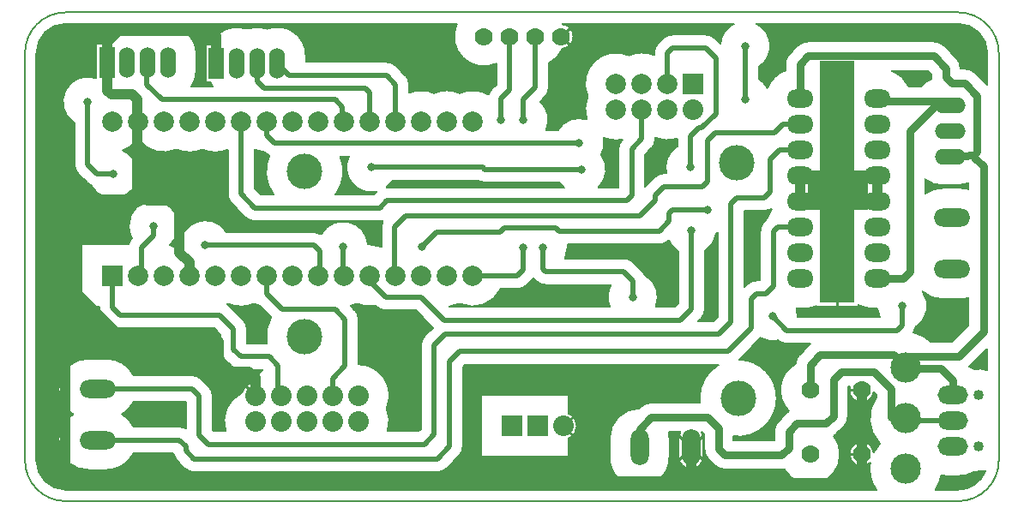
<source format=gbr>
G04 DesignSpark PCB Gerber Version 12.0 Build 5942*
%FSLAX35Y35*%
%MOIN*%
%ADD79O,0.06000X0.12000*%
%ADD28O,0.07050X0.14101*%
%ADD78R,0.06000X0.12000*%
%ADD23R,0.13780X0.94488*%
%ADD80R,0.07874X0.07874*%
%ADD10C,0.00500*%
%ADD19C,0.01000*%
%ADD20C,0.02000*%
%ADD71C,0.03000*%
%ADD21C,0.03150*%
%ADD70C,0.04000*%
%ADD73O,0.12000X0.06000*%
%ADD75O,0.14101X0.07050*%
%ADD26O,0.10400X0.07087*%
%ADD77O,0.11811X0.07087*%
%ADD22O,0.11811X0.11811*%
%ADD74C,0.07000*%
%ADD72C,0.07874*%
%ADD27C,0.08000*%
%ADD24C,0.13780*%
%ADD29R,0.07874X0.07874*%
%ADD76R,0.08000X0.08000*%
%ADD25R,0.23622X0.15748*%
X0Y0D02*
D02*
D10*
X26734Y205211D02*
Y46549D01*
G75*
G03*
X38045Y35238I11311J0D01*
G01*
X353153D01*
G75*
G02*
X350784Y45641I11466J8082D01*
G01*
G75*
G02*
X342705Y49030I-3329J3388D01*
G01*
G75*
G02*
X352150Y49749I4750J0D01*
G01*
G75*
G02*
X354622Y53163I12469J-6428D01*
G01*
G75*
G02*
X353224Y71189I9997J9843D01*
G01*
Y72068D01*
X352126Y73167D01*
G75*
G02*
X342705Y74030I-4671J863D01*
G01*
G75*
G02*
X342916Y75429I4750J0D01*
G01*
X342157D01*
Y63867D01*
G75*
G02*
X342158Y63793I-5708J-67D01*
G01*
G75*
G02*
X340492Y59772I-5687J0D01*
G01*
X337736Y57016D01*
G75*
G02*
X336637Y56158I-4022J4021D01*
G01*
G75*
G02*
X339079Y49030I-9182J-7128D01*
G01*
G75*
G02*
X317380Y43232I-11624J0D01*
G01*
G75*
G02*
X316319Y43146I-989J5602D01*
G01*
X294344D01*
G75*
G02*
X290301Y44834I0J5687D01*
G01*
X287983Y47151D01*
G75*
G02*
X286295Y51195I3999J4044D01*
G01*
Y56713D01*
X285296Y57713D01*
X285208D01*
G75*
G02*
X285892Y55250I-4092J-2463D01*
G01*
Y48203D01*
G75*
G02*
X276341I-4776J0D01*
G01*
Y55250D01*
G75*
G02*
X277024Y57713I4776J0D01*
G01*
X272502D01*
G75*
G02*
X272766Y55250I-11387J-2463D01*
G01*
Y48203D01*
G75*
G02*
X249467I-11650J0D01*
G01*
Y55250D01*
G75*
G02*
X261062Y66900I11650J0D01*
G01*
X261561Y67398D01*
G75*
G02*
X265604Y69087I4044J-3999D01*
G01*
X284556D01*
G75*
G02*
X284449Y70880I14904J1793D01*
G01*
G75*
G02*
X291820Y83803I15014J0D01*
G01*
X193343D01*
X192445Y82905D01*
Y51982D01*
G75*
G02*
X190906Y48295I-5187J0D01*
G01*
X186221Y43610D01*
G75*
G02*
X182533Y42071I-3687J3648D01*
G01*
X88045D01*
G75*
G02*
X84358Y43610I0J5187D01*
G01*
X81248Y46720D01*
G75*
G02*
X79809Y49394I3648J3688D01*
G01*
X64461D01*
G75*
G02*
X54030Y42931I-10431J5187D01*
G01*
X46982D01*
G75*
G02*
X41006Y64581I0J11650D01*
G01*
G75*
G02*
X46982Y86230I5976J10000D01*
G01*
X54030D01*
G75*
G02*
X64461Y79768I0J-11650D01*
G01*
X87100D01*
G75*
G02*
X90788Y78229I0J-5187D01*
G01*
X93662Y75355D01*
G75*
G02*
X95201Y71667I-3648J-3687D01*
G01*
Y58461D01*
X95706Y57957D01*
X100296D01*
G75*
G02*
X106587Y72915I11450J3987D01*
G01*
G75*
G02*
X110774Y77102I5159J-971D01*
G01*
G75*
G02*
X114736Y81835I10971J-5160D01*
G01*
X106226D01*
G75*
G02*
X102487Y83354I-71J5187D01*
G01*
X99731Y86109D01*
G75*
G02*
X98212Y89778I3668J3668D01*
G01*
G75*
G02*
X98213Y89848I5186J7D01*
G01*
Y95503D01*
X95739Y97976D01*
X59305D01*
G75*
G02*
X55618Y99515I0J5187D01*
G01*
X52600Y102533D01*
G75*
G02*
X51080Y106201I3668J3668D01*
G01*
G75*
G02*
X51081Y106259I5170J-7D01*
G01*
Y106526D01*
X44207D01*
Y130648D01*
X62505D01*
G75*
G02*
X63811Y133113I5068J-1107D01*
G01*
G75*
G02*
X62598Y137809I8485J4696D01*
G01*
G75*
G02*
X81996I9699J0D01*
G01*
G75*
G02*
X78584Y130424I-9699J0D01*
G01*
G75*
G02*
X82812Y128718I-2317J-11836D01*
G01*
G75*
G02*
X100571Y135516I9564J1611D01*
G01*
X134502D01*
G75*
G02*
X137424Y134615I0J-5187D01*
G01*
G75*
G02*
X155593Y130629I8495J-4680D01*
G01*
G75*
G02*
X156267Y130648I675J-12044D01*
G01*
G75*
G02*
X160811Y129759I0J-12061D01*
G01*
Y137415D01*
G75*
G02*
X161437Y139885I5187J0D01*
G01*
G75*
G02*
X160022Y139709I-1344J5011D01*
G01*
X111667D01*
G75*
G02*
X107980Y141248I0J5187D01*
G01*
X102600Y146628D01*
G75*
G02*
X101080Y150296I3668J3668D01*
G01*
G75*
G02*
X101081Y150353I5170J-7D01*
G01*
Y167528D01*
G75*
G02*
X91267Y167611I-4813J11059D01*
G01*
G75*
G02*
X81267I-5000J10976D01*
G01*
G75*
G02*
X66267Y171844I-5000J10976D01*
G01*
G75*
G02*
X60307Y167223I-10000J6743D01*
G01*
G75*
G02*
X66248Y158281I-3758J-8941D01*
G01*
G75*
G02*
X48069Y153576I-9699J0D01*
G01*
G75*
G02*
X46563Y154633I2181J4706D01*
G01*
X43059Y158137D01*
G75*
G02*
X41520Y161825I3648J3687D01*
G01*
Y178039D01*
G75*
G02*
X49937Y195379I5187J8195D01*
G01*
Y208839D01*
X51781D01*
G75*
G02*
X65998Y214993I10280J-4250D01*
G01*
G75*
G02*
X73872I3937J-10404D01*
G01*
G75*
G02*
X88933Y204589I3937J-10404D01*
G01*
Y198589D01*
G75*
G02*
X86922Y192209I-11124J0D01*
G01*
X95205D01*
G75*
G02*
X94300Y193945I9376J5987D01*
G01*
X92457D01*
Y208445D01*
X94300D01*
G75*
G02*
X108518Y214599I10280J-4250D01*
G01*
G75*
G02*
X116392I3937J-10404D01*
G01*
G75*
G02*
X131453Y204195I3937J-10404D01*
G01*
Y201657D01*
X162848D01*
G75*
G02*
X166536Y200119I0J-5187D01*
G01*
X170040Y196615D01*
G75*
G02*
X171579Y192927I-3648J-3687D01*
G01*
Y189700D01*
G75*
G02*
X181267Y189563I4689J-11112D01*
G01*
G75*
G02*
X191267I5000J-10976D01*
G01*
G75*
G02*
X202391Y188978I5000J-10976D01*
G01*
G75*
G02*
X203689Y191103I4946J-1563D01*
G01*
X205496Y192910D01*
Y201028D01*
G75*
G02*
X190148Y216522I-4813J10581D01*
G01*
X38045D01*
G75*
G03*
X26734Y205211I0J-11311D01*
G01*
X199488Y72114D02*
X233610D01*
Y64881D01*
G75*
G02*
Y55225I-2061J-4828D01*
G01*
Y47992D01*
X199488D01*
Y72114D01*
X26984Y60053D02*
G36*
X26984Y60053D02*
Y44185D01*
G75*
G03*
X35681Y35488I11061J2365D01*
G01*
X352981D01*
G75*
G02*
X350591Y43320I11637J7832D01*
G01*
G75*
G02*
X350784Y45641I14029J0D01*
G01*
G75*
G02*
X342705Y49030I-3329J3388D01*
G01*
G75*
G02*
X352150Y49749I4750J0D01*
G01*
G75*
G02*
X354372Y52903I12463J-6424D01*
G01*
Y53424D01*
G75*
G02*
X350905Y60053I10247J9582D01*
G01*
X340755D01*
G75*
G02*
X340492Y59772I-4288J3743D01*
G01*
X337736Y57016D01*
G75*
G02*
X336637Y56158I-4024J4024D01*
G01*
G75*
G02*
X339079Y49030I-9183J-7129D01*
G01*
G75*
G02*
X317380Y43232I-11624J0D01*
G01*
G75*
G02*
X316319Y43146I-987J5579D01*
G01*
X294344D01*
G75*
G02*
X290301Y44834I0J5687D01*
G01*
X287983Y47151D01*
G75*
G02*
X286295Y51195I3999J4044D01*
G01*
Y56713D01*
X285296Y57713D01*
X285208D01*
G75*
G02*
X285892Y55251I-4088J-2461D01*
G01*
G75*
G02*
Y55250I-6152J0D01*
G01*
Y48203D01*
G75*
G02*
X276341I-4776J0D01*
G01*
Y55250D01*
G75*
G02*
Y55251I6152J1D01*
G01*
G75*
G02*
X277024Y57713I4772J0D01*
G01*
X272502D01*
G75*
G02*
X272766Y55250I-11396J-2464D01*
G01*
Y48203D01*
G75*
G02*
X249467I-11650J0D01*
G01*
Y55250D01*
G75*
G02*
X250503Y60053I11650J0D01*
G01*
X236799D01*
G75*
G02*
X233610Y55225I-5250J0D01*
G01*
Y47992D01*
X199488D01*
Y60053D01*
X192445D01*
Y51982D01*
G75*
G02*
X190906Y48295I-5190J2D01*
G01*
X186221Y43610D01*
G75*
G02*
X182533Y42071I-3688J3650D01*
G01*
X88045D01*
G75*
G02*
X84358Y43610I2J5190D01*
G01*
X81248Y46720D01*
G75*
G02*
X79809Y49394I3652J3689D01*
G01*
X64461D01*
G75*
G02*
X54030Y42931I-10431J5187D01*
G01*
X46982D01*
G75*
G02*
X35333Y54581I0J11650D01*
G01*
G75*
G02*
X36698Y60053I11650J0D01*
G01*
X26984D01*
G37*
X95201D02*
G36*
X95201Y60053D02*
Y58461D01*
X95706Y57957D01*
X100296D01*
G75*
G02*
X99770Y60053I11451J3987D01*
G01*
X95201D01*
G37*
X26984Y207575D02*
G36*
X26984Y207575D02*
Y60053D01*
X36698D01*
G75*
G02*
X41006Y64581I10285J-5473D01*
G01*
G75*
G02*
X35333Y74581I5976J10000D01*
G01*
G75*
G02*
X46982Y86230I11650J0D01*
G01*
X54030D01*
G75*
G02*
X64461Y79768I0J-11649D01*
G01*
X87100D01*
G75*
G02*
X90788Y78229I0J-5186D01*
G01*
X93662Y75355D01*
G75*
G02*
X95201Y71667I-3651J-3689D01*
G01*
Y60053D01*
X99770D01*
G75*
G02*
X99622Y61943I11978J1889D01*
G01*
G75*
G02*
X106587Y72915I12124J0D01*
G01*
G75*
G02*
X110774Y77102I5158J-970D01*
G01*
G75*
G02*
X114736Y81835I10969J-5157D01*
G01*
X106226D01*
G75*
G02*
X102487Y83354I-70J5189D01*
G01*
X99731Y86109D01*
G75*
G02*
X98212Y89778I3669J3669D01*
G01*
G75*
G02*
Y89795I3192J9D01*
G01*
G75*
G02*
X98213Y89848I3192J3D01*
G01*
Y95503D01*
X95739Y97976D01*
X59305D01*
G75*
G02*
X55618Y99515I2J5190D01*
G01*
X52600Y102533D01*
G75*
G02*
X51080Y106201I3668J3668D01*
G01*
G75*
G02*
Y106216I2129J7D01*
G01*
G75*
G02*
X51081Y106259I2089J2D01*
G01*
Y106526D01*
X44207D01*
Y130648D01*
X62505D01*
G75*
G02*
X63811Y133113I5069J-1107D01*
G01*
G75*
G02*
X62598Y137809I8487J4697D01*
G01*
G75*
G02*
X81996I9699J0D01*
G01*
G75*
G02*
Y137808I-15038J0D01*
G01*
G75*
G02*
X78584Y130424I-9697J0D01*
G01*
G75*
G02*
X82812Y128718I-2317J-11838D01*
G01*
G75*
G02*
X82677Y130329I9566J1611D01*
G01*
G75*
G02*
X100571Y135516I9699J0D01*
G01*
X134502D01*
G75*
G02*
X137424Y134615I0J-5187D01*
G01*
G75*
G02*
X155593Y130629I8495J-4680D01*
G01*
G75*
G02*
X156267Y130648I674J-11992D01*
G01*
G75*
G02*
X160811Y129759I-2J-12070D01*
G01*
Y137415D01*
G75*
G02*
X161437Y139885I5191J-1D01*
G01*
G75*
G02*
X160022Y139709I-1343J4996D01*
G01*
X111667D01*
G75*
G02*
X107980Y141248I2J5190D01*
G01*
X102600Y146628D01*
G75*
G02*
X101080Y150296I3668J3668D01*
G01*
G75*
G02*
Y150310I2129J7D01*
G01*
G75*
G02*
X101081Y150353I2089J2D01*
G01*
Y167528D01*
G75*
G02*
X91267Y167611I-4813J11060D01*
G01*
G75*
G02*
X81267I-5000J10978D01*
G01*
G75*
G02*
X66267Y171844I-5000J10976D01*
G01*
G75*
G02*
X60307Y167223I-9998J6741D01*
G01*
G75*
G02*
X66248Y158281I-3759J-8942D01*
G01*
G75*
G02*
X48069Y153576I-9699J0D01*
G01*
G75*
G02*
X46563Y154633I2172J4693D01*
G01*
X43059Y158137D01*
G75*
G02*
X41520Y161825I3650J3688D01*
G01*
Y178039D01*
G75*
G02*
X37008Y186234I5187J8195D01*
G01*
G75*
G02*
X49937Y195379I9699J0D01*
G01*
Y208839D01*
X51781D01*
G75*
G02*
X65998Y214993I10280J-4250D01*
G01*
G75*
G02*
X73872I3937J-10403D01*
G01*
G75*
G02*
X88933Y204589I3937J-10404D01*
G01*
Y204589D01*
Y198589D01*
G75*
G02*
X86922Y192209I-11127J1D01*
G01*
X95205D01*
G75*
G02*
X94300Y193945I9337J5967D01*
G01*
X92457D01*
Y208445D01*
X94300D01*
G75*
G02*
X108518Y214599I10280J-4250D01*
G01*
G75*
G02*
X116392I3937J-10403D01*
G01*
G75*
G02*
X131453Y204195I3937J-10404D01*
G01*
Y204195D01*
Y201657D01*
X162848D01*
G75*
G02*
X166536Y200119I0J-5186D01*
G01*
X170040Y196615D01*
G75*
G02*
X171579Y192927I-3651J-3689D01*
G01*
Y189700D01*
G75*
G02*
X181267Y189563I4689J-11110D01*
G01*
G75*
G02*
X191267I5000J-10974D01*
G01*
G75*
G02*
X202391Y188978I5000J-10976D01*
G01*
G75*
G02*
X203689Y191103I4949J-1565D01*
G01*
X205496Y192910D01*
Y201028D01*
G75*
G02*
X189059Y211608I-4813J10581D01*
G01*
G75*
G02*
X190035Y216272I11625J0D01*
G01*
X35681D01*
G75*
G03*
X26984Y207575I2365J-11061D01*
G01*
G37*
X192445Y82905D02*
G36*
X192445Y82905D02*
Y60053D01*
X199488D01*
Y72114D01*
X233610D01*
Y64881D01*
G75*
G02*
X236799Y60053I-2061J-4828D01*
G01*
X250503D01*
G75*
G02*
X261062Y66900I10614J-4804D01*
G01*
X261561Y67398D01*
G75*
G02*
X265604Y69087I4044J-3999D01*
G01*
X284556D01*
G75*
G02*
X284449Y70876I14835J1789D01*
G01*
G75*
G02*
Y70880I15508J2D01*
G01*
Y70880D01*
G75*
G02*
X291820Y83803I15013J0D01*
G01*
X193343D01*
X192445Y82905D01*
G37*
X342157Y75429D02*
G36*
X342157Y75429D02*
Y63867D01*
G75*
G02*
X342158Y63812I-3393J-52D01*
G01*
G75*
G02*
Y63793I-3442J-9D01*
G01*
G75*
G02*
X340755Y60053I-5690J1D01*
G01*
X350905D01*
G75*
G02*
X350590Y63006I13715J2954D01*
G01*
G75*
G02*
X353224Y71189I14030J0D01*
G01*
Y72068D01*
X352126Y73167D01*
G75*
G02*
X342705Y74030I-4671J863D01*
G01*
G75*
G02*
X342916Y75429I4759J-2D01*
G01*
X342157D01*
G37*
X38045Y220959D02*
X385014D01*
G75*
G02*
X400762Y205211I0J-15748D01*
G01*
Y46549D01*
G75*
G02*
X385014Y30801I-15748J0D01*
G01*
X38045D01*
G75*
G02*
X22297Y46549I0J15748D01*
G01*
Y205211D01*
G75*
G02*
X38045Y220959I15748J0D01*
G01*
X60006Y64581D02*
G75*
G02*
X64461Y59768I-5976J-10000D01*
G01*
X82297D01*
G75*
G02*
X84827Y59109I0J-5187D01*
G01*
Y69394D01*
X64461D01*
G75*
G02*
X60006Y64581I-10431J5187D01*
G01*
G36*
X60006Y64581D02*
G75*
G02*
X64461Y59768I-5976J-10000D01*
G01*
X82297D01*
G75*
G02*
X84827Y59109I0J-5187D01*
G01*
Y69394D01*
X64461D01*
G75*
G02*
X60006Y64581I-10431J5187D01*
G01*
G37*
X100842Y107427D02*
G75*
G02*
X101575Y106811I-2955J-4265D01*
G01*
X107048Y101339D01*
G75*
G02*
X108587Y97652I-3648J-3687D01*
G01*
Y92209D01*
X116187D01*
G75*
G02*
X118004Y102484I14771J2687D01*
G01*
X113681Y106807D01*
G75*
G02*
X111267Y107611I2585J11780D01*
G01*
G75*
G02*
X101267I-5000J10976D01*
G01*
G75*
G02*
X100842Y107427I-4994J10976D01*
G01*
G36*
X100842Y107427D02*
G75*
G02*
X101575Y106811I-2955J-4265D01*
G01*
X107048Y101339D01*
G75*
G02*
X108587Y97652I-3648J-3687D01*
G01*
Y92209D01*
X116187D01*
G75*
G02*
X118004Y102484I14771J2687D01*
G01*
X113681Y106807D01*
G75*
G02*
X111267Y107611I2585J11780D01*
G01*
G75*
G02*
X101267I-5000J10976D01*
G01*
G75*
G02*
X100842Y107427I-4994J10976D01*
G01*
G37*
X111455Y167528D02*
Y152444D01*
X113816Y150083D01*
X118931D01*
G75*
G02*
X117278Y165254I12027J8986D01*
G01*
G75*
G02*
X115460Y166444I1870J4839D01*
G01*
X115343Y166561D01*
G75*
G02*
X111455Y167528I924J12026D01*
G01*
G36*
X111455Y167528D02*
Y152444D01*
X113816Y150083D01*
X118931D01*
G75*
G02*
X117278Y165254I12027J8986D01*
G01*
G75*
G02*
X115460Y166444I1870J4839D01*
G01*
X115343Y166561D01*
G75*
G02*
X111455Y167528I924J12026D01*
G01*
G37*
X142986Y150083D02*
X157943D01*
X159033Y151173D01*
G75*
G02*
X148231Y164906I-2091J9471D01*
G01*
X144791D01*
G75*
G02*
X142986Y150083I-13833J-5837D01*
G01*
G36*
X142986Y150083D02*
X157943D01*
X159033Y151173D01*
G75*
G02*
X148231Y164906I-2091J9471D01*
G01*
X144791D01*
G75*
G02*
X142986Y150083I-13833J-5837D01*
G01*
G37*
X148830Y106801D02*
X150355Y105276D01*
G75*
G02*
X151894Y101589I-3648J-3687D01*
G01*
Y84066D01*
G75*
G02*
X162791Y66943I-148J-12123D01*
G01*
G75*
G02*
X163196Y57957I-11045J-5000D01*
G01*
X175267D01*
X176165Y58855D01*
Y91352D01*
G75*
G02*
X177704Y95040I5187J0D01*
G01*
X180907Y98242D01*
X174086Y105063D01*
X162455D01*
G75*
G02*
X158767Y106602I0J5187D01*
G01*
X158613Y106756D01*
G75*
G02*
X151267Y107611I-2346J11831D01*
G01*
G75*
G02*
X148830Y106801I-5000J10975D01*
G01*
G36*
X148830Y106801D02*
X150355Y105276D01*
G75*
G02*
X151894Y101589I-3648J-3687D01*
G01*
Y84066D01*
G75*
G02*
X162791Y66943I-148J-12123D01*
G01*
G75*
G02*
X163196Y57957I-11045J-5000D01*
G01*
X175267D01*
X176165Y58855D01*
Y91352D01*
G75*
G02*
X177704Y95040I5187J0D01*
G01*
X180907Y98242D01*
X174086Y105063D01*
X162455D01*
G75*
G02*
X158767Y106602I0J5187D01*
G01*
X158613Y106756D01*
G75*
G02*
X151267Y107611I-2346J11831D01*
G01*
G75*
G02*
X148830Y106801I-5000J10975D01*
G01*
G37*
X162698Y152837D02*
G75*
G02*
X162919Y152839I148J-5185D01*
G01*
X231744D01*
G75*
G02*
X230244Y154669I6694J7019D01*
G01*
X201141D01*
G75*
G02*
X198288Y155457I-104J5187D01*
G01*
X165138D01*
G75*
G02*
X162698Y152837I-8195J5187D01*
G01*
G36*
X162698Y152837D02*
G75*
G02*
X162919Y152839I148J-5185D01*
G01*
X231744D01*
G75*
G02*
X230244Y154669I6694J7019D01*
G01*
X201141D01*
G75*
G02*
X198288Y155457I-104J5187D01*
G01*
X165138D01*
G75*
G02*
X162698Y152837I-8195J5187D01*
G01*
G37*
X187253Y106567D02*
X187438Y106382D01*
X249624D01*
G75*
G02*
X250009Y114906I8894J3868D01*
G01*
X224659D01*
G75*
G02*
X220935Y116482I0J5187D01*
G01*
X219926Y117491D01*
G75*
G02*
X219666Y117212I-3926J3389D01*
G01*
X217443Y114988D01*
G75*
G02*
X214004Y113408I-3735J3598D01*
G01*
G75*
G02*
X213675Y113400I-301J5178D01*
G01*
X207156D01*
G75*
G02*
X191267Y107611I-10889J5187D01*
G01*
G75*
G02*
X187253Y106567I-4999J10977D01*
G01*
G36*
X187253Y106567D02*
X187438Y106382D01*
X249624D01*
G75*
G02*
X250009Y114906I8894J3868D01*
G01*
X224659D01*
G75*
G02*
X220935Y116482I0J5187D01*
G01*
X219926Y117491D01*
G75*
G02*
X219666Y117212I-3926J3389D01*
G01*
X217443Y114988D01*
G75*
G02*
X214004Y113408I-3735J3598D01*
G01*
G75*
G02*
X213675Y113400I-301J5178D01*
G01*
X207156D01*
G75*
G02*
X191267Y107611I-10889J5187D01*
G01*
G75*
G02*
X187253Y106567I-4999J10977D01*
G01*
G37*
X222581Y186270D02*
G75*
G02*
X224892Y175280I-6584J-7122D01*
G01*
X229456D01*
G75*
G02*
X240615Y179328I8195J-5187D01*
G01*
G75*
G02*
X241041Y188260I11402J3933D01*
G01*
G75*
G02*
X257017Y204235I10976J5000D01*
G01*
G75*
G02*
X266829Y204319I5000J-10976D01*
G01*
Y205246D01*
G75*
G02*
X268417Y208982I5187J0D01*
G01*
X270204Y210769D01*
G75*
G02*
X273943Y212287I3668J-3668D01*
G01*
X286864D01*
G75*
G02*
X290552Y210748I0J-5187D01*
G01*
X292557Y208743D01*
G75*
G02*
X297800Y216522I9661J-855D01*
G01*
X231218D01*
G75*
G02*
X231311Y216317I-10541J-4919D01*
G01*
G75*
G02*
Y206900I-628J-4708D01*
G01*
G75*
G02*
X225870Y201206I-10628J4709D01*
G01*
Y191707D01*
G75*
G02*
X224331Y188019I-5187J0D01*
G01*
X222581Y186270D01*
G36*
X222581Y186270D02*
G75*
G02*
X224892Y175280I-6584J-7122D01*
G01*
X229456D01*
G75*
G02*
X240615Y179328I8195J-5187D01*
G01*
G75*
G02*
X241041Y188260I11402J3933D01*
G01*
G75*
G02*
X257017Y204235I10976J5000D01*
G01*
G75*
G02*
X266829Y204319I5000J-10976D01*
G01*
Y205246D01*
G75*
G02*
X268417Y208982I5187J0D01*
G01*
X270204Y210769D01*
G75*
G02*
X273943Y212287I3668J-3668D01*
G01*
X286864D01*
G75*
G02*
X290552Y210748I0J-5187D01*
G01*
X292557Y208743D01*
G75*
G02*
X297800Y216522I9661J-855D01*
G01*
X231218D01*
G75*
G02*
X231311Y216317I-10541J-4919D01*
G01*
G75*
G02*
Y206900I-628J-4708D01*
G01*
G75*
G02*
X225870Y201206I-10628J4709D01*
G01*
Y191707D01*
G75*
G02*
X224331Y188019I-5187J0D01*
G01*
X222581Y186270D01*
G37*
X232191Y125280D02*
X254974D01*
G75*
G02*
X258662Y123741I0J-5187D01*
G01*
X262166Y120237D01*
G75*
G02*
X263224Y118731I-3648J-3687D01*
G01*
G75*
G02*
X267412Y106382I-4706J-8481D01*
G01*
X274873D01*
X276165Y107674D01*
Y128039D01*
G75*
G02*
X272506Y132257I5187J8195D01*
G01*
X272441Y132193D01*
G75*
G02*
X268754Y130654I-3687J3648D01*
G01*
X233113D01*
G75*
G02*
X233177Y129541I-9636J-1114D01*
G01*
G75*
G02*
X232191Y125280I-9699J0D01*
G01*
G36*
X232191Y125280D02*
X254974D01*
G75*
G02*
X258662Y123741I0J-5187D01*
G01*
X262166Y120237D01*
G75*
G02*
X263224Y118731I-3648J-3687D01*
G01*
G75*
G02*
X267412Y106382I-4706J-8481D01*
G01*
X274873D01*
X276165Y107674D01*
Y128039D01*
G75*
G02*
X272506Y132257I5187J8195D01*
G01*
X272441Y132193D01*
G75*
G02*
X268754Y130654I-3687J3648D01*
G01*
X233113D01*
G75*
G02*
X233177Y129541I-9636J-1114D01*
G01*
G75*
G02*
X232191Y125280I-9699J0D01*
G01*
G37*
X245133Y152839D02*
X252937D01*
Y167730D01*
G75*
G02*
X254476Y171418I5187J0D01*
G01*
X254520Y171461D01*
G75*
G02*
X252017Y171199I-2503J11799D01*
G01*
G75*
G02*
X247109Y172243I0J12061D01*
G01*
G75*
G02*
X247350Y170093I-9459J-2150D01*
G01*
G75*
G02*
X246250Y165606I-9699J0D01*
G01*
G75*
G02*
X245133Y152839I-7811J-5749D01*
G01*
G36*
X245133Y152839D02*
X252937D01*
Y167730D01*
G75*
G02*
X254476Y171418I5187J0D01*
G01*
X254520Y171461D01*
G75*
G02*
X252017Y171199I-2503J11799D01*
G01*
G75*
G02*
X247109Y172243I0J12061D01*
G01*
G75*
G02*
X247350Y170093I-9459J-2150D01*
G01*
G75*
G02*
X246250Y165606I-9699J0D01*
G01*
G75*
G02*
X245133Y152839I-7811J-5749D01*
G01*
G37*
X263311Y165582D02*
Y153076D01*
G75*
G02*
X263531Y153307I3870J-3459D01*
G01*
X267035Y156811D01*
G75*
G02*
X270722Y158350I3687J-3648D01*
G01*
X271535D01*
G75*
G02*
X275772Y168839I9424J2294D01*
G01*
Y171798D01*
G75*
G02*
X267248Y172182I-3754J11463D01*
G01*
Y171667D01*
G75*
G02*
X265709Y167980I-5187J0D01*
G01*
X263311Y165582D01*
G36*
X263311Y165582D02*
Y153076D01*
G75*
G02*
X263531Y153307I3870J-3459D01*
G01*
X267035Y156811D01*
G75*
G02*
X270722Y158350I3687J-3648D01*
G01*
X271535D01*
G75*
G02*
X275772Y168839I9424J2294D01*
G01*
Y171798D01*
G75*
G02*
X267248Y172182I-3754J11463D01*
G01*
Y171667D01*
G75*
G02*
X265709Y167980I-5187J0D01*
G01*
X263311Y165582D01*
G37*
X284032Y100870D02*
X289834D01*
X291520Y102556D01*
Y135214D01*
G75*
G02*
X290972Y134995I-3871J8895D01*
G01*
G75*
G02*
X286539Y128039I-9619J1239D01*
G01*
Y105526D01*
G75*
G02*
X285000Y101838I-5187J0D01*
G01*
X284032Y100870D01*
G36*
X284032Y100870D02*
X289834D01*
X291520Y102556D01*
Y135214D01*
G75*
G02*
X290972Y134995I-3871J8895D01*
G01*
G75*
G02*
X286539Y128039I-9619J1239D01*
G01*
Y105526D01*
G75*
G02*
X285000Y101838I-5187J0D01*
G01*
X284032Y100870D01*
G37*
X297669Y55974D02*
Y54520D01*
X313461D01*
Y57888D01*
G75*
G02*
X315149Y61931I5687J0D01*
G01*
X318254Y65036D01*
G75*
G02*
X319223Y65822I4044J-3999D01*
G01*
G75*
G02*
X321735Y84149I8231J8207D01*
G01*
G75*
G02*
X323417Y87916I5681J-277D01*
G01*
X327309Y91808D01*
G75*
G02*
X327587Y92071I4045J-4003D01*
G01*
X318360D01*
G75*
G02*
X314994Y93311I0J5187D01*
G01*
G75*
G02*
X308154Y94283I-2146J9459D01*
G01*
X299761Y85891D01*
G75*
G02*
X314476Y70880I-299J-15011D01*
G01*
G75*
G02*
X297669Y55974I-15014J0D01*
G01*
G36*
X297669Y55974D02*
Y54520D01*
X313461D01*
Y57888D01*
G75*
G02*
X315149Y61931I5687J0D01*
G01*
X318254Y65036D01*
G75*
G02*
X319223Y65822I4044J-3999D01*
G01*
G75*
G02*
X321735Y84149I8231J8207D01*
G01*
G75*
G02*
X323417Y87916I5681J-277D01*
G01*
X327309Y91808D01*
G75*
G02*
X327587Y92071I4045J-4003D01*
G01*
X318360D01*
G75*
G02*
X314994Y93311I0J5187D01*
G01*
G75*
G02*
X308154Y94283I-2146J9459D01*
G01*
X299761Y85891D01*
G75*
G02*
X314476Y70880I-299J-15011D01*
G01*
G75*
G02*
X297669Y55974I-15014J0D01*
G01*
G37*
X301894Y143646D02*
Y114111D01*
X302862Y115079D01*
G75*
G02*
X306549Y116618I3687J-3648D01*
G01*
X307944D01*
X308055Y116729D01*
Y135770D01*
G75*
G02*
X308055Y135841I5185J64D01*
G01*
G75*
G02*
X309574Y139509I5187J0D01*
G01*
X310531Y140465D01*
G75*
G02*
X312532Y144488I11251J-3089D01*
G01*
G75*
G02*
X309699Y143646I-2834J4344D01*
G01*
X301894D01*
G36*
X301894Y143646D02*
Y114111D01*
X302862Y115079D01*
G75*
G02*
X306549Y116618I3687J-3648D01*
G01*
X307944D01*
X308055Y116729D01*
Y135770D01*
G75*
G02*
X308055Y135841I5185J64D01*
G01*
G75*
G02*
X309574Y139509I5187J0D01*
G01*
X310531Y140465D01*
G75*
G02*
X312532Y144488I11251J-3089D01*
G01*
G75*
G02*
X309699Y143646I-2834J4344D01*
G01*
X301894D01*
G37*
X306637Y216522D02*
G75*
G02*
X307406Y199693I-4419J-8634D01*
G01*
Y195217D01*
G75*
G02*
X310848Y191448I-5187J-8195D01*
G01*
G75*
G02*
X317752Y198325I10933J-4072D01*
G01*
Y200762D01*
G75*
G02*
X319440Y204806I5687J0D01*
G01*
X322584Y207950D01*
G75*
G02*
X326628Y209638I4044J-3999D01*
G01*
X375447D01*
G75*
G02*
X379491Y207950I0J-5687D01*
G01*
X384170Y203270D01*
G75*
G02*
X385858Y199226I-3999J-4044D01*
G01*
Y199008D01*
X387652D01*
G75*
G02*
X391695Y197320I0J-5687D01*
G01*
X396325Y192690D01*
Y205211D01*
G75*
G03*
X385014Y216522I-11311J0D01*
G01*
X306637D01*
G36*
X306637Y216522D02*
G75*
G02*
X307406Y199693I-4419J-8634D01*
G01*
Y195217D01*
G75*
G02*
X310848Y191448I-5187J-8195D01*
G01*
G75*
G02*
X317752Y198325I10933J-4072D01*
G01*
Y200762D01*
G75*
G02*
X319440Y204806I5687J0D01*
G01*
X322584Y207950D01*
G75*
G02*
X326628Y209638I4044J-3999D01*
G01*
X375447D01*
G75*
G02*
X379491Y207950I0J-5687D01*
G01*
X384170Y203270D01*
G75*
G02*
X385858Y199226I-3999J-4044D01*
G01*
Y199008D01*
X387652D01*
G75*
G02*
X391695Y197320I0J-5687D01*
G01*
X396325Y192690D01*
Y205211D01*
G75*
G03*
X385014Y216522I-11311J0D01*
G01*
X306637D01*
G37*
X322091Y105709D02*
G75*
G02*
X322547Y102770I-9243J-2939D01*
G01*
G75*
G02*
X322542Y102445I-9700J2D01*
G01*
X354530D01*
G75*
G02*
X353595Y105709I8713J4262D01*
G01*
X351781D01*
G75*
G02*
X346185Y107139I0J11668D01*
G01*
Y106520D01*
X329906D01*
Y106746D01*
G75*
G02*
X325096Y105709I-4809J10630D01*
G01*
X322091D01*
G36*
X322091Y105709D02*
G75*
G02*
X322547Y102770I-9243J-2939D01*
G01*
G75*
G02*
X322542Y102445I-9700J2D01*
G01*
X354530D01*
G75*
G02*
X353595Y105709I8713J4262D01*
G01*
X351781D01*
G75*
G02*
X346185Y107139I0J11668D01*
G01*
Y106520D01*
X329906D01*
Y106746D01*
G75*
G02*
X325096Y105709I-4809J10630D01*
G01*
X322091D01*
G37*
X359290Y198264D02*
G75*
G02*
X365757Y192118I-4193J-10887D01*
G01*
X370511D01*
G75*
G02*
X374520Y195041I8392J-7301D01*
G01*
G75*
G02*
X374484Y195683I5652J641D01*
G01*
Y196871D01*
X373091Y198264D01*
X359290D01*
G36*
X359290Y198264D02*
G75*
G02*
X365757Y192118I-4193J-10887D01*
G01*
X370511D01*
G75*
G02*
X374520Y195041I8392J-7301D01*
G01*
G75*
G02*
X374484Y195683I5652J641D01*
G01*
Y196871D01*
X373091Y198264D01*
X359290D01*
G37*
X367593Y96402D02*
G75*
G02*
X374442Y92709I-2973J-13711D01*
G01*
X382737D01*
X389051Y99023D01*
Y109756D01*
G75*
G02*
X385998Y109348I-3053J11242D01*
G01*
X378951D01*
G75*
G02*
X371102Y112390I0J11650D01*
G01*
G75*
G02*
X368375Y98477I-7859J-5683D01*
G01*
G75*
G02*
X367593Y96402I-5132J750D01*
G01*
G36*
X367593Y96402D02*
G75*
G02*
X374442Y92709I-2973J-13711D01*
G01*
X382737D01*
X389051Y99023D01*
Y109756D01*
G75*
G02*
X385998Y109348I-3053J11242D01*
G01*
X378951D01*
G75*
G02*
X371102Y112390I0J11650D01*
G01*
G75*
G02*
X368375Y98477I-7859J-5683D01*
G01*
G75*
G02*
X367593Y96402I-5132J750D01*
G01*
G37*
X372079Y156033D02*
Y150405D01*
G75*
G02*
X378951Y152648I6872J-9407D01*
G01*
X385998D01*
G75*
G02*
X389051Y152241I0J-11649D01*
G01*
Y154495D01*
G75*
G02*
X384904Y153693I-4147J10322D01*
G01*
X378904D01*
G75*
G02*
X372079Y156033I0J11124D01*
G01*
G36*
X372079Y156033D02*
Y150405D01*
G75*
G02*
X378951Y152648I6872J-9407D01*
G01*
X385998D01*
G75*
G02*
X389051Y152241I0J-11649D01*
G01*
Y154495D01*
G75*
G02*
X384904Y153693I-4147J10322D01*
G01*
X378904D01*
G75*
G02*
X372079Y156033I0J11124D01*
G01*
G37*
X376087Y35238D02*
X385014D01*
G75*
G03*
X395562Y42465I0J11311D01*
G01*
G75*
G02*
X391231Y42224I-2714J9754D01*
G01*
G75*
G02*
X385211Y40551I-6020J9994D01*
G01*
X380486D01*
G75*
G02*
X378410Y40737I0J11668D01*
G01*
G75*
G02*
X376087Y35238I-13789J2583D01*
G01*
G36*
X376087Y35238D02*
X385014D01*
G75*
G03*
X395562Y42465I0J11311D01*
G01*
G75*
G02*
X391231Y42224I-2714J9754D01*
G01*
G75*
G02*
X385211Y40551I-6020J9994D01*
G01*
X380486D01*
G75*
G02*
X378410Y40737I0J11668D01*
G01*
G75*
G02*
X376087Y35238I-13789J2583D01*
G01*
G37*
X389270Y83157D02*
G75*
G02*
X391231Y82213I-4058J-10938D01*
G01*
G75*
G02*
X396325Y81727I1617J-9994D01*
G01*
Y90211D01*
X389270Y83157D01*
G36*
X389270Y83157D02*
G75*
G02*
X391231Y82213I-4058J-10938D01*
G01*
G75*
G02*
X396325Y81727I1617J-9994D01*
G01*
Y90211D01*
X389270Y83157D01*
G37*
D02*
D19*
X109271Y74418D02*
X107857Y75832D01*
X232804Y209487D02*
X234219Y208073D01*
X232804Y213730D02*
X234219Y215144D01*
X234024Y57578D02*
X235438Y56164D01*
X234024Y62528D02*
X235438Y63942D01*
X277944Y48555D02*
X276270Y46880D01*
X277944Y54898D02*
X276270Y56573D01*
X284288Y48555D02*
X285963Y46880D01*
X284288Y54898D02*
X285963Y56573D01*
X338045Y108270D02*
Y106270D01*
X344455Y49030D02*
X342455D01*
X344455Y74030D02*
X342455D01*
X347455Y46030D02*
Y44030D01*
Y52030D02*
Y54030D01*
Y71030D02*
Y69030D01*
D02*
D70*
X38045Y116156D02*
Y142140D01*
X43951Y148045D01*
X69935D01*
X70329Y147652D01*
X54187Y201589D02*
Y209463D01*
X58518Y213793D01*
X94738D01*
X96707Y211825D01*
Y201195D01*
X54187Y201589D02*
Y190565D01*
X55762Y188990D01*
X64030D01*
X65998Y187022D01*
Y178856D01*
X66267Y178587D01*
X70329Y147652D02*
X69935D01*
X65998Y151589D01*
Y178318D01*
X66267Y178587D01*
X86267Y118587D02*
Y123636D01*
X86077D01*
X82140Y127573D01*
Y144705D01*
X79193Y147652D01*
X70329D01*
X111746Y71943D02*
Y78675D01*
X109305Y81116D01*
X101431D01*
X97494Y85053D01*
Y92927D01*
X93951Y96470D01*
X57730D01*
X38045Y116156D01*
X281116Y51726D02*
Y42691D01*
X277022Y38596D01*
X42770D01*
X38045Y43321D01*
Y116156D01*
X281116Y51726D02*
Y43557D01*
X286864Y37809D01*
X341982D01*
X347494Y43321D01*
Y48990D01*
X347455Y49030D01*
X323439Y147376D02*
Y157376D01*
X347455Y74030D02*
Y49030D01*
X353439Y147376D02*
Y157376D01*
X392848Y52219D03*
Y72219D03*
D02*
D71*
X261116Y51726D02*
Y58911D01*
X265604Y63400D01*
X287652D01*
X291982Y59069D01*
Y51195D01*
X294344Y48833D01*
X316392D01*
X319148Y51589D01*
Y57888D01*
X322297Y61037D01*
X333715D01*
X336470Y63793D01*
Y78163D01*
X339423Y81116D01*
X352219D01*
X358911Y74423D01*
Y63596D01*
X359108Y63400D01*
X364226D01*
X364620Y63006D01*
X323439Y187376D02*
Y200762D01*
X326628Y203951D01*
X375447D01*
X380171Y199226D01*
Y195683D01*
X382533Y193321D01*
X387652D01*
X392376Y188596D01*
Y166785D01*
X391195Y165604D01*
X353439Y117376D02*
X363675D01*
X366392Y120093D01*
Y174817D01*
X376234Y184659D01*
X381746D01*
X381904Y184817D01*
X353439Y187376D02*
Y186431D01*
X379344D01*
X380959Y184817D01*
X381904D01*
X364620Y82691D02*
Y83085D01*
X359896Y87809D01*
X331352D01*
X327415Y83872D01*
Y74069D01*
X327455Y74030D01*
X381904Y164817D02*
X391195Y165604D01*
X382848Y72219D02*
Y77848D01*
X378400Y82297D01*
X365014D01*
X364620Y82691D01*
X391195Y165604D02*
Y164581D01*
X394738Y161037D01*
Y96667D01*
X385093Y87022D01*
X366589D01*
X364620Y85053D01*
Y82691D01*
D02*
D20*
X46707Y186234D02*
Y161825D01*
X50250Y158281D01*
X56549D01*
X56267Y118587D02*
Y106201D01*
X59305Y103163D01*
X97888D01*
X103400Y97652D01*
Y89778D01*
X106156Y87022D01*
X117179D01*
X120722Y83478D01*
Y72967D01*
X121746Y71943D01*
X69935Y201589D02*
X69541D01*
Y192927D01*
X75447Y187022D01*
X142770D01*
X145526Y184266D01*
Y179329D01*
X146267Y178587D01*
X72297Y137809D02*
Y134266D01*
X67573Y129541D01*
Y119893D01*
X66267Y118587D01*
X92376Y130329D02*
X134502D01*
X136864Y127967D01*
Y119184D01*
X136267Y118587D01*
X106267Y178587D02*
Y150296D01*
X111667Y144896D01*
X160093D01*
X162848Y147652D01*
X256156D01*
X258124Y149620D01*
Y167730D01*
X262061Y171667D01*
Y182035D01*
X262017Y182079D01*
Y183260D01*
X112455Y201195D02*
Y194108D01*
X115211Y191352D01*
X154581D01*
X156156Y189778D01*
Y178699D01*
X156267Y178587D01*
X120329Y201195D02*
X125053Y196470D01*
X162848D01*
X166392Y192927D01*
Y178711D01*
X166267Y178587D01*
X141746Y71943D02*
Y78518D01*
X146707Y83478D01*
Y101589D01*
X142770Y105526D01*
X122297D01*
X116267Y111556D01*
Y118587D01*
X145919Y129935D02*
Y118935D01*
X146267Y118587D01*
X176628Y129935D02*
X182140Y135447D01*
X206943D01*
X208518Y137022D01*
X228596D01*
X229778Y135841D01*
X268754D01*
X272691Y139778D01*
Y142927D01*
X273872Y144108D01*
X287652D01*
X196267Y118587D02*
X213705D01*
X215998Y120880D01*
Y129541D01*
X210683Y211608D02*
Y190762D01*
X207337Y187415D01*
Y179148D01*
X220683Y211608D02*
Y191707D01*
X215998Y187022D01*
Y179148D01*
X237652Y170093D02*
X119148D01*
X116267Y172973D01*
Y178587D01*
X238439Y159856D02*
X201037D01*
X200250Y160644D01*
X156943D01*
X258518Y110250D02*
Y116549D01*
X254974Y120093D01*
X224659D01*
X223478Y121274D01*
Y129541D01*
X272017Y193259D02*
Y205246D01*
X273872Y207100D01*
X286864D01*
X290801Y203163D01*
Y181510D01*
X285289Y175998D01*
X284108D01*
X280959Y172848D01*
Y160644D01*
X281352Y136234D02*
Y105526D01*
X277022Y101195D01*
X185289D01*
X176234Y110250D01*
X162455D01*
X156437Y116267D01*
X156267D01*
Y118587D01*
X302219Y207888D02*
Y187022D01*
X323439Y137376D02*
X314778D01*
X313242Y135841D01*
Y114581D01*
X310093Y111431D01*
X306549D01*
X304581Y109463D01*
Y98045D01*
X295526Y88990D01*
X191195D01*
X187258Y85053D01*
Y51982D01*
X182533Y47258D01*
X88045D01*
X84896Y50407D01*
Y51982D01*
X82297Y54581D01*
X50506D01*
X323439Y167376D02*
X315644D01*
X312061Y163793D01*
Y151195D01*
X309699Y148833D01*
X299069D01*
X296707Y146470D01*
Y100407D01*
X291982Y95683D01*
X185683D01*
X181352Y91352D01*
Y56707D01*
X177415Y52770D01*
X93557D01*
X90014Y56313D01*
Y71667D01*
X87100Y74581D01*
X50506D01*
X323439Y177376D02*
X316785D01*
Y177573D01*
X313636Y174030D01*
X290407D01*
X287652Y171274D01*
Y155132D01*
X285683Y153163D01*
X270722D01*
X267179Y149620D01*
Y147652D01*
X261274Y141746D01*
X170329D01*
X165998Y137415D01*
Y119893D01*
X166267Y119623D01*
Y118587D01*
X363242Y106707D02*
Y99226D01*
X361274Y97258D01*
X318360D01*
X312848Y102770D01*
X382848Y62219D02*
X365407D01*
X364620Y63006D01*
D02*
D21*
X46707Y186234D03*
X56549Y158281D03*
X72297Y137809D03*
X92376Y130329D03*
X145919Y129935D03*
X156943Y160644D03*
X176628Y129935D03*
X207337Y179148D03*
X215998Y129541D03*
Y179148D03*
X223478Y129541D03*
X237652Y170093D03*
X238439Y159856D03*
X258518Y110250D03*
X280959Y160644D03*
X281352Y136234D03*
X287652Y144108D03*
X302219Y187022D03*
Y207888D03*
X312848Y102770D03*
X363242Y106707D03*
D02*
D22*
X364620Y43321D03*
Y63006D03*
Y82691D03*
D02*
D23*
X338045Y155014D03*
D02*
D24*
X130959Y94896D03*
Y159069D03*
X299069Y162612D03*
X299463Y70880D03*
D02*
D25*
X338400Y151785D03*
D02*
D26*
X323439Y117376D03*
Y127376D03*
Y137376D03*
Y147376D03*
Y157376D03*
Y167376D03*
Y177376D03*
Y187376D03*
X353439Y117376D03*
Y127376D03*
Y137376D03*
Y147376D03*
Y157376D03*
Y167376D03*
Y177376D03*
Y187376D03*
D02*
D27*
X111746Y61943D03*
Y71943D03*
X121746Y61943D03*
Y71943D03*
X131746Y61943D03*
Y71943D03*
X141746Y61943D03*
Y71943D03*
X151746Y61943D03*
Y71943D03*
X231549Y60053D03*
X282017Y183260D03*
D02*
D28*
X261116Y51726D03*
X281116D03*
D02*
D29*
X56267Y118587D03*
D02*
D72*
Y178587D03*
X66267Y118587D03*
Y178587D03*
X76267Y118587D03*
Y178587D03*
X86267Y118587D03*
Y178587D03*
X96267Y118587D03*
Y178587D03*
X106267Y118587D03*
Y178587D03*
X116267Y118587D03*
Y178587D03*
X126267Y118587D03*
Y178587D03*
X136267Y118587D03*
Y178587D03*
X146267Y118587D03*
Y178587D03*
X156267Y118587D03*
Y178587D03*
X166267Y118587D03*
Y178587D03*
X176267Y118587D03*
Y178587D03*
X186267Y118587D03*
Y178587D03*
X196267Y118587D03*
Y178587D03*
X252017Y183260D03*
Y193259D03*
X262017Y183260D03*
Y193259D03*
X272017Y183260D03*
Y193259D03*
D02*
D73*
X381904Y164817D03*
Y174817D03*
Y184817D03*
D02*
D74*
X200683Y211608D03*
X210683D03*
X220683D03*
X230683D03*
X327455Y49030D03*
Y74030D03*
X347455Y49030D03*
Y74030D03*
D02*
D75*
X50506Y54581D03*
Y74581D03*
X382474Y120998D03*
Y140998D03*
D02*
D76*
X282017Y193259D03*
D02*
D77*
X382848Y52219D03*
Y62219D03*
Y72219D03*
D02*
D78*
X54187Y201589D03*
X96707Y201195D03*
D02*
D79*
X62061Y201589D03*
X69935D03*
X77809D03*
X104581Y201195D03*
X112455D03*
X120329D03*
D02*
D80*
X211549Y60053D03*
X221549D03*
X0Y0D02*
M02*

</source>
